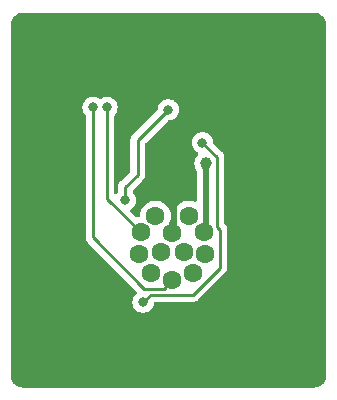
<source format=gbr>
%TF.GenerationSoftware,KiCad,Pcbnew,7.0.6*%
%TF.CreationDate,2024-04-06T15:43:42-04:00*%
%TF.ProjectId,peripheral_io_right_eth,70657269-7068-4657-9261-6c5f696f5f72,rev?*%
%TF.SameCoordinates,Original*%
%TF.FileFunction,Copper,L2,Bot*%
%TF.FilePolarity,Positive*%
%FSLAX46Y46*%
G04 Gerber Fmt 4.6, Leading zero omitted, Abs format (unit mm)*
G04 Created by KiCad (PCBNEW 7.0.6) date 2024-04-06 15:43:42*
%MOMM*%
%LPD*%
G01*
G04 APERTURE LIST*
%TA.AperFunction,ComponentPad*%
%ADD10C,1.600000*%
%TD*%
%TA.AperFunction,ViaPad*%
%ADD11C,0.800000*%
%TD*%
%TA.AperFunction,ViaPad*%
%ADD12C,1.000000*%
%TD*%
%TA.AperFunction,Conductor*%
%ADD13C,0.250000*%
%TD*%
%TA.AperFunction,Conductor*%
%ADD14C,0.500000*%
%TD*%
G04 APERTURE END LIST*
D10*
%TO.P,J3,1,1*%
%TO.N,Net-(Input1-Pad7)*%
X138111068Y-96265959D03*
%TO.P,J3,2,2*%
%TO.N,/Red*%
X135255000Y-96266000D03*
%TO.P,J3,3,3*%
%TO.N,Net-(Input1-Pad5)*%
X134011055Y-97662609D03*
%TO.P,J3,4,4*%
%TO.N,Net-(Input1-Pad2)*%
X133878506Y-99528347D03*
%TO.P,J3,5,5*%
%TO.N,/Bl*%
X134912673Y-101086961D03*
%TO.P,J3,6,6*%
%TO.N,Net-(Input1-Pad6)*%
X136683040Y-101689895D03*
%TO.P,J3,7,7*%
%TO.N,Net-(Input1-Pad3)*%
X138453408Y-101086961D03*
%TO.P,J3,8,8*%
%TO.N,Net-(Input1-Pad4)*%
X139487574Y-99528347D03*
%TO.P,J3,9,9*%
%TO.N,Net-(J2-Pad2)*%
X139355026Y-97662609D03*
%TO.P,J3,10,10*%
%TO.N,GND*%
X136683040Y-97689993D03*
%TO.P,J3,11,11*%
%TO.N,unconnected-(J3-Pad11)*%
X135730413Y-99339990D03*
%TO.P,J3,12,12*%
%TO.N,unconnected-(J3-Pad12)*%
X137635668Y-99339990D03*
%TD*%
D11*
%TO.N,Net-(Input1-Pad5)*%
X131151468Y-87071159D03*
%TO.N,/Bl*%
X139228668Y-90068359D03*
X134213600Y-103581200D03*
%TO.N,Net-(Input1-Pad2)*%
X136333068Y-87274359D03*
X132689600Y-94945200D03*
%TO.N,Net-(Input1-Pad6)*%
X129983068Y-87071159D03*
D12*
%TO.N,Net-(J2-Pad2)*%
X139563167Y-91816660D03*
%TO.N,GND*%
X141260668Y-86156759D03*
%TD*%
D13*
%TO.N,Net-(Input1-Pad5)*%
X131151468Y-87071159D02*
X131151468Y-94803022D01*
X131151468Y-94803022D02*
X134011055Y-97662609D01*
%TO.N,/Bl*%
X140472974Y-97189566D02*
X140472974Y-91312665D01*
X134213600Y-103581200D02*
X134874041Y-102920759D01*
X140472974Y-91312665D02*
X139228668Y-90068359D01*
X134874041Y-102920759D02*
X138430041Y-102920759D01*
X140716000Y-97432592D02*
X140472974Y-97189566D01*
X138430041Y-102920759D02*
X140716000Y-100634800D01*
X140716000Y-100634800D02*
X140716000Y-97432592D01*
%TO.N,Net-(Input1-Pad2)*%
X133756400Y-92771200D02*
X132689600Y-93838000D01*
X136333068Y-87274359D02*
X133756400Y-89851027D01*
X133756400Y-89851027D02*
X133756400Y-92771200D01*
X132689600Y-93838000D02*
X132689600Y-94945200D01*
%TO.N,Net-(Input1-Pad6)*%
X129983068Y-87071159D02*
X129983068Y-98080668D01*
X135960135Y-102412800D02*
X136683040Y-101689895D01*
X134315200Y-102412800D02*
X135960135Y-102412800D01*
X129983068Y-98080668D02*
X134315200Y-102412800D01*
D14*
%TO.N,Net-(J2-Pad2)*%
X139496800Y-92166575D02*
X139496800Y-97520835D01*
X139496800Y-97520835D02*
X139355026Y-97662609D01*
D13*
X139563167Y-91816660D02*
X139355026Y-92024801D01*
D14*
X139355026Y-92024801D02*
X139496800Y-92166575D01*
D13*
%TO.N,GND*%
X136891868Y-97481165D02*
X136683040Y-97689993D01*
D14*
X141260668Y-86156759D02*
X136815400Y-90602027D01*
X136815400Y-97404697D02*
X136891868Y-97481165D01*
X136815400Y-90602027D02*
X136815400Y-97404697D01*
D13*
X136690400Y-97682633D02*
X136683040Y-97689993D01*
D14*
X136891868Y-97481165D02*
X136690400Y-97682633D01*
%TD*%
%TA.AperFunction,Conductor*%
%TO.N,GND*%
G36*
X148696161Y-79045494D02*
G01*
X148708531Y-79046576D01*
X148737421Y-79049104D01*
X148807274Y-79056007D01*
X148865672Y-79061778D01*
X148885543Y-79065397D01*
X148949681Y-79082580D01*
X149045515Y-79111648D01*
X149061921Y-79117925D01*
X149127652Y-79148574D01*
X149130677Y-79150086D01*
X149179866Y-79176374D01*
X149216320Y-79195858D01*
X149222654Y-79199749D01*
X149287552Y-79245188D01*
X149291317Y-79248045D01*
X149364865Y-79308400D01*
X149369322Y-79312439D01*
X149425785Y-79368897D01*
X149429858Y-79373389D01*
X149490213Y-79446927D01*
X149493068Y-79450689D01*
X149538508Y-79515580D01*
X149542403Y-79521920D01*
X149588190Y-79607572D01*
X149589694Y-79610580D01*
X149594238Y-79620323D01*
X149620346Y-79676307D01*
X149626624Y-79692714D01*
X149655707Y-79788572D01*
X149672871Y-79852618D01*
X149676500Y-79872558D01*
X149689644Y-80005955D01*
X149692732Y-80041230D01*
X149692968Y-80046640D01*
X149692968Y-109792046D01*
X149692732Y-109797449D01*
X149689012Y-109839993D01*
X149676542Y-109966580D01*
X149672915Y-109986512D01*
X149655151Y-110052819D01*
X149626768Y-110146389D01*
X149620491Y-110162798D01*
X149589160Y-110229991D01*
X149587648Y-110233016D01*
X149542674Y-110317160D01*
X149538778Y-110323502D01*
X149492564Y-110389503D01*
X149489703Y-110393274D01*
X149430312Y-110465644D01*
X149426224Y-110470155D01*
X149368863Y-110527517D01*
X149364352Y-110531606D01*
X149291979Y-110591001D01*
X149288206Y-110593863D01*
X149222210Y-110640074D01*
X149215869Y-110643969D01*
X149131722Y-110688946D01*
X149128696Y-110690458D01*
X149061503Y-110721789D01*
X149045096Y-110728067D01*
X148951553Y-110756442D01*
X148885216Y-110774214D01*
X148865279Y-110777841D01*
X148738125Y-110790361D01*
X148706088Y-110793163D01*
X148696261Y-110794023D01*
X148690863Y-110794259D01*
X124026182Y-110794259D01*
X124020773Y-110794023D01*
X123976424Y-110790141D01*
X123852138Y-110777942D01*
X123832153Y-110774309D01*
X123763009Y-110755780D01*
X123723004Y-110743643D01*
X123672377Y-110728284D01*
X123655972Y-110722006D01*
X123619508Y-110705001D01*
X123586897Y-110689792D01*
X123583895Y-110688291D01*
X123501657Y-110644330D01*
X123495317Y-110640435D01*
X123461917Y-110617047D01*
X123427873Y-110593207D01*
X123424128Y-110590366D01*
X123353211Y-110532161D01*
X123348714Y-110528086D01*
X123290168Y-110469536D01*
X123286096Y-110465042D01*
X123227889Y-110394112D01*
X123225040Y-110390357D01*
X123224442Y-110389503D01*
X123178232Y-110323502D01*
X123177825Y-110322920D01*
X123173930Y-110316579D01*
X123129978Y-110234344D01*
X123128475Y-110231337D01*
X123096264Y-110162253D01*
X123089988Y-110145850D01*
X123062497Y-110055207D01*
X123043960Y-109986015D01*
X123040336Y-109966094D01*
X123028599Y-109846882D01*
X123025571Y-109812261D01*
X123024204Y-109796616D01*
X123023968Y-109791213D01*
X123023968Y-87071159D01*
X129077608Y-87071159D01*
X129097394Y-87259415D01*
X129097395Y-87259418D01*
X129155886Y-87439436D01*
X129155889Y-87439443D01*
X129250533Y-87603373D01*
X129250535Y-87603375D01*
X129325716Y-87686872D01*
X129355947Y-87749863D01*
X129357567Y-87769844D01*
X129357567Y-97997929D01*
X129355844Y-98013546D01*
X129356128Y-98013573D01*
X129355394Y-98021332D01*
X129357568Y-98090482D01*
X129357568Y-98120011D01*
X129357569Y-98120028D01*
X129358436Y-98126899D01*
X129358894Y-98132718D01*
X129360358Y-98179292D01*
X129360359Y-98179295D01*
X129365948Y-98198535D01*
X129369892Y-98217579D01*
X129372404Y-98237459D01*
X129389558Y-98280787D01*
X129391450Y-98286315D01*
X129399883Y-98315341D01*
X129404450Y-98331058D01*
X129409704Y-98339943D01*
X129414648Y-98348302D01*
X129423206Y-98365771D01*
X129430582Y-98384400D01*
X129457966Y-98422091D01*
X129461174Y-98426975D01*
X129484895Y-98467084D01*
X129484901Y-98467092D01*
X129499058Y-98481248D01*
X129511696Y-98496044D01*
X129523473Y-98512254D01*
X129523474Y-98512255D01*
X129559377Y-98541956D01*
X129563688Y-98545878D01*
X133262635Y-102244826D01*
X133689477Y-102671668D01*
X133722962Y-102732991D01*
X133717978Y-102802683D01*
X133676106Y-102858616D01*
X133674683Y-102859666D01*
X133607728Y-102908312D01*
X133481066Y-103048985D01*
X133386421Y-103212915D01*
X133386418Y-103212922D01*
X133328192Y-103392124D01*
X133327926Y-103392944D01*
X133308140Y-103581200D01*
X133327926Y-103769456D01*
X133327927Y-103769459D01*
X133386418Y-103949477D01*
X133386421Y-103949484D01*
X133481067Y-104113416D01*
X133607729Y-104254088D01*
X133760865Y-104365348D01*
X133760870Y-104365351D01*
X133933792Y-104442342D01*
X133933797Y-104442344D01*
X134118954Y-104481700D01*
X134118955Y-104481700D01*
X134308244Y-104481700D01*
X134308246Y-104481700D01*
X134493403Y-104442344D01*
X134666330Y-104365351D01*
X134819471Y-104254088D01*
X134946133Y-104113416D01*
X135040779Y-103949484D01*
X135099274Y-103769456D01*
X135111062Y-103657296D01*
X135137647Y-103592683D01*
X135194944Y-103552698D01*
X135234383Y-103546259D01*
X138347298Y-103546259D01*
X138362918Y-103547983D01*
X138362945Y-103547698D01*
X138370701Y-103548430D01*
X138370708Y-103548432D01*
X138439855Y-103546259D01*
X138469391Y-103546259D01*
X138476269Y-103545389D01*
X138482082Y-103544931D01*
X138528668Y-103543468D01*
X138547910Y-103537876D01*
X138566953Y-103533933D01*
X138586833Y-103531423D01*
X138630163Y-103514266D01*
X138635687Y-103512376D01*
X138639437Y-103511286D01*
X138680431Y-103499377D01*
X138697670Y-103489181D01*
X138715144Y-103480621D01*
X138733768Y-103473247D01*
X138733768Y-103473246D01*
X138733773Y-103473245D01*
X138771490Y-103445841D01*
X138776346Y-103442651D01*
X138816461Y-103418929D01*
X138830630Y-103404758D01*
X138845420Y-103392127D01*
X138861628Y-103380353D01*
X138891340Y-103344435D01*
X138895253Y-103340135D01*
X141099788Y-101135601D01*
X141112042Y-101125786D01*
X141111859Y-101125564D01*
X141117866Y-101120592D01*
X141117877Y-101120586D01*
X141148775Y-101087682D01*
X141165227Y-101070164D01*
X141175671Y-101059718D01*
X141186120Y-101049271D01*
X141190379Y-101043778D01*
X141194152Y-101039361D01*
X141226062Y-101005382D01*
X141235713Y-100987824D01*
X141246396Y-100971561D01*
X141258673Y-100955736D01*
X141277185Y-100912953D01*
X141279738Y-100907741D01*
X141302197Y-100866892D01*
X141307180Y-100847480D01*
X141313481Y-100829080D01*
X141321437Y-100810696D01*
X141328729Y-100764652D01*
X141329906Y-100758971D01*
X141341500Y-100713819D01*
X141341500Y-100693782D01*
X141343027Y-100674382D01*
X141346160Y-100654604D01*
X141341775Y-100608215D01*
X141341500Y-100602377D01*
X141341500Y-97515334D01*
X141343224Y-97499714D01*
X141342939Y-97499687D01*
X141343673Y-97491925D01*
X141341500Y-97422764D01*
X141341500Y-97393248D01*
X141341500Y-97393242D01*
X141340631Y-97386371D01*
X141340173Y-97380544D01*
X141339765Y-97367557D01*
X141338710Y-97333965D01*
X141333119Y-97314722D01*
X141329173Y-97295670D01*
X141326664Y-97275800D01*
X141309504Y-97232459D01*
X141307624Y-97226971D01*
X141294618Y-97182202D01*
X141284422Y-97164962D01*
X141275861Y-97147486D01*
X141268487Y-97128862D01*
X141268486Y-97128860D01*
X141241079Y-97091137D01*
X141237888Y-97086278D01*
X141214172Y-97046175D01*
X141214165Y-97046166D01*
X141200006Y-97032007D01*
X141187368Y-97017211D01*
X141175593Y-97001004D01*
X141143433Y-96974399D01*
X141104326Y-96916499D01*
X141098474Y-96878856D01*
X141098474Y-91395402D01*
X141100198Y-91379788D01*
X141099912Y-91379761D01*
X141100646Y-91371998D01*
X141098474Y-91302867D01*
X141098474Y-91273316D01*
X141098474Y-91273315D01*
X141097603Y-91266424D01*
X141097146Y-91260610D01*
X141095683Y-91214039D01*
X141095683Y-91214037D01*
X141090094Y-91194802D01*
X141086148Y-91175749D01*
X141083638Y-91155873D01*
X141066475Y-91112524D01*
X141064588Y-91107011D01*
X141064229Y-91105777D01*
X141051591Y-91062275D01*
X141041395Y-91045034D01*
X141032834Y-91027558D01*
X141025460Y-91008934D01*
X141025460Y-91008932D01*
X141014625Y-90994020D01*
X140998057Y-90971215D01*
X140994874Y-90966370D01*
X140971144Y-90926244D01*
X140971139Y-90926238D01*
X140956979Y-90912078D01*
X140944344Y-90897285D01*
X140932567Y-90881077D01*
X140896667Y-90851378D01*
X140892355Y-90847455D01*
X140167628Y-90122728D01*
X140134143Y-90061405D01*
X140131991Y-90048027D01*
X140114342Y-89880103D01*
X140055847Y-89700075D01*
X139961201Y-89536143D01*
X139834539Y-89395471D01*
X139792931Y-89365241D01*
X139681402Y-89284210D01*
X139681397Y-89284207D01*
X139508475Y-89207216D01*
X139508470Y-89207214D01*
X139362668Y-89176224D01*
X139323314Y-89167859D01*
X139134022Y-89167859D01*
X139101565Y-89174757D01*
X138948865Y-89207214D01*
X138948860Y-89207216D01*
X138775938Y-89284207D01*
X138775933Y-89284210D01*
X138622797Y-89395470D01*
X138496134Y-89536144D01*
X138401489Y-89700074D01*
X138401486Y-89700081D01*
X138358876Y-89831222D01*
X138342994Y-89880103D01*
X138323208Y-90068359D01*
X138342994Y-90256615D01*
X138342995Y-90256618D01*
X138401486Y-90436636D01*
X138401489Y-90436643D01*
X138496135Y-90600575D01*
X138622796Y-90741247D01*
X138622797Y-90741247D01*
X138775933Y-90852507D01*
X138775938Y-90852510D01*
X138841995Y-90881921D01*
X138895232Y-90927171D01*
X138915553Y-90994020D01*
X138896507Y-91061244D01*
X138870225Y-91091052D01*
X138852284Y-91105775D01*
X138727257Y-91258120D01*
X138727253Y-91258127D01*
X138634355Y-91431926D01*
X138577142Y-91620530D01*
X138557826Y-91816660D01*
X138577142Y-92012790D01*
X138606376Y-92109160D01*
X138611243Y-92134349D01*
X138615026Y-92177596D01*
X138615027Y-92177598D01*
X138670212Y-92344135D01*
X138727839Y-92437565D01*
X138746300Y-92502659D01*
X138746300Y-94932588D01*
X138726615Y-94999627D01*
X138673811Y-95045382D01*
X138604653Y-95055326D01*
X138569898Y-95044971D01*
X138557564Y-95039220D01*
X138557561Y-95039219D01*
X138557556Y-95039217D01*
X138337765Y-94980325D01*
X138337761Y-94980324D01*
X138337760Y-94980324D01*
X138337759Y-94980323D01*
X138337754Y-94980323D01*
X138111070Y-94960491D01*
X138111066Y-94960491D01*
X137884381Y-94980323D01*
X137884370Y-94980325D01*
X137664579Y-95039217D01*
X137664570Y-95039220D01*
X137458335Y-95135390D01*
X137458333Y-95135391D01*
X137271926Y-95265913D01*
X137111022Y-95426817D01*
X136980500Y-95613224D01*
X136980499Y-95613226D01*
X136884329Y-95819461D01*
X136884326Y-95819470D01*
X136825434Y-96039261D01*
X136825432Y-96039271D01*
X136806560Y-96254983D01*
X136803848Y-96261913D01*
X136804604Y-96263350D01*
X136806563Y-96276975D01*
X136825432Y-96492646D01*
X136825434Y-96492656D01*
X136884326Y-96712447D01*
X136884329Y-96712456D01*
X136921422Y-96792000D01*
X136933040Y-96844405D01*
X136933040Y-97073588D01*
X136843354Y-97039575D01*
X136723263Y-97024993D01*
X136642817Y-97024993D01*
X136522726Y-97039575D01*
X136433040Y-97073588D01*
X136433040Y-96844420D01*
X136444658Y-96792015D01*
X136444665Y-96792000D01*
X136481739Y-96712496D01*
X136540635Y-96492692D01*
X136559507Y-96276973D01*
X136562218Y-96270044D01*
X136561463Y-96268607D01*
X136559504Y-96254982D01*
X136540635Y-96039313D01*
X136540635Y-96039312D01*
X136540635Y-96039308D01*
X136481739Y-95819504D01*
X136385568Y-95613266D01*
X136255047Y-95426861D01*
X136255045Y-95426858D01*
X136094141Y-95265954D01*
X135907734Y-95135432D01*
X135907732Y-95135431D01*
X135701497Y-95039261D01*
X135701488Y-95039258D01*
X135481697Y-94980366D01*
X135481693Y-94980365D01*
X135481692Y-94980365D01*
X135481691Y-94980364D01*
X135481686Y-94980364D01*
X135255002Y-94960532D01*
X135254998Y-94960532D01*
X135028313Y-94980364D01*
X135028302Y-94980366D01*
X134808511Y-95039258D01*
X134808502Y-95039261D01*
X134602267Y-95135431D01*
X134602265Y-95135432D01*
X134415858Y-95265954D01*
X134254954Y-95426858D01*
X134124432Y-95613265D01*
X134124431Y-95613267D01*
X134028261Y-95819502D01*
X134028258Y-95819511D01*
X133969366Y-96039302D01*
X133969364Y-96039312D01*
X133950090Y-96259616D01*
X133924637Y-96324684D01*
X133868046Y-96365663D01*
X133837371Y-96372336D01*
X133784360Y-96376974D01*
X133716004Y-96395289D01*
X133646154Y-96393625D01*
X133596232Y-96363195D01*
X133140770Y-95907733D01*
X133107285Y-95846410D01*
X133112269Y-95776718D01*
X133154141Y-95720785D01*
X133155518Y-95719768D01*
X133295471Y-95618088D01*
X133422133Y-95477416D01*
X133516779Y-95313484D01*
X133575274Y-95133456D01*
X133595060Y-94945200D01*
X133575274Y-94756944D01*
X133516779Y-94576916D01*
X133422133Y-94412984D01*
X133382869Y-94369377D01*
X133346950Y-94329484D01*
X133316720Y-94266492D01*
X133315100Y-94246512D01*
X133315100Y-94148452D01*
X133334785Y-94081413D01*
X133351419Y-94060771D01*
X133704063Y-93708127D01*
X134140188Y-93272001D01*
X134152442Y-93262186D01*
X134152259Y-93261964D01*
X134158266Y-93256992D01*
X134158277Y-93256986D01*
X134189175Y-93224082D01*
X134205627Y-93206564D01*
X134216071Y-93196118D01*
X134226520Y-93185671D01*
X134230779Y-93180178D01*
X134234552Y-93175761D01*
X134266462Y-93141782D01*
X134276115Y-93124220D01*
X134286789Y-93107970D01*
X134299073Y-93092136D01*
X134317580Y-93049367D01*
X134320149Y-93044124D01*
X134342596Y-93003293D01*
X134342597Y-93003292D01*
X134347577Y-92983891D01*
X134353878Y-92965488D01*
X134361838Y-92947096D01*
X134369130Y-92901049D01*
X134370311Y-92895352D01*
X134381900Y-92850219D01*
X134381900Y-92830182D01*
X134383427Y-92810782D01*
X134386560Y-92791004D01*
X134382175Y-92744615D01*
X134381900Y-92738777D01*
X134381900Y-90161479D01*
X134401585Y-90094440D01*
X134418219Y-90073798D01*
X136280840Y-88211178D01*
X136342163Y-88177693D01*
X136368521Y-88174859D01*
X136427712Y-88174859D01*
X136427714Y-88174859D01*
X136612871Y-88135503D01*
X136785798Y-88058510D01*
X136938939Y-87947247D01*
X137065601Y-87806575D01*
X137160247Y-87642643D01*
X137218742Y-87462615D01*
X137238528Y-87274359D01*
X137218742Y-87086103D01*
X137160247Y-86906075D01*
X137065601Y-86742143D01*
X136938939Y-86601471D01*
X136852878Y-86538944D01*
X136785802Y-86490210D01*
X136785797Y-86490207D01*
X136612875Y-86413216D01*
X136612870Y-86413214D01*
X136467069Y-86382224D01*
X136427714Y-86373859D01*
X136238422Y-86373859D01*
X136205965Y-86380757D01*
X136053265Y-86413214D01*
X136053260Y-86413216D01*
X135880338Y-86490207D01*
X135880333Y-86490210D01*
X135727197Y-86601470D01*
X135600534Y-86742144D01*
X135505889Y-86906074D01*
X135505886Y-86906081D01*
X135447395Y-87086099D01*
X135447394Y-87086103D01*
X135429747Y-87254008D01*
X135403162Y-87318622D01*
X135394107Y-87328727D01*
X133372608Y-89350226D01*
X133360351Y-89360047D01*
X133360534Y-89360268D01*
X133354523Y-89365240D01*
X133307172Y-89415663D01*
X133286289Y-89436546D01*
X133286277Y-89436559D01*
X133282021Y-89442044D01*
X133278237Y-89446474D01*
X133246337Y-89480445D01*
X133246336Y-89480447D01*
X133236684Y-89498003D01*
X133226010Y-89514253D01*
X133213729Y-89530088D01*
X133213724Y-89530095D01*
X133195215Y-89572865D01*
X133192645Y-89578111D01*
X133170203Y-89618933D01*
X133165222Y-89638334D01*
X133158921Y-89656737D01*
X133150962Y-89675129D01*
X133150961Y-89675132D01*
X133143671Y-89721154D01*
X133142487Y-89726873D01*
X133130901Y-89771999D01*
X133130900Y-89772009D01*
X133130900Y-89792043D01*
X133129373Y-89811442D01*
X133126240Y-89831221D01*
X133126240Y-89831222D01*
X133130625Y-89877610D01*
X133130900Y-89883448D01*
X133130900Y-92460746D01*
X133111215Y-92527785D01*
X133094581Y-92548427D01*
X132305808Y-93337199D01*
X132293551Y-93347020D01*
X132293734Y-93347241D01*
X132287723Y-93352213D01*
X132240372Y-93402636D01*
X132219489Y-93423519D01*
X132219477Y-93423532D01*
X132215221Y-93429017D01*
X132211437Y-93433447D01*
X132179537Y-93467418D01*
X132179536Y-93467420D01*
X132169884Y-93484976D01*
X132159210Y-93501226D01*
X132146929Y-93517061D01*
X132146924Y-93517068D01*
X132128415Y-93559838D01*
X132125845Y-93565084D01*
X132103403Y-93605906D01*
X132098422Y-93625307D01*
X132092121Y-93643710D01*
X132084162Y-93662102D01*
X132084161Y-93662105D01*
X132076871Y-93708127D01*
X132075687Y-93713846D01*
X132064101Y-93758972D01*
X132064100Y-93758982D01*
X132064100Y-93779016D01*
X132062573Y-93798415D01*
X132059440Y-93818194D01*
X132059440Y-93818195D01*
X132063825Y-93864583D01*
X132064100Y-93870421D01*
X132064100Y-94246512D01*
X132044415Y-94313551D01*
X132032250Y-94329484D01*
X131993118Y-94372945D01*
X131933632Y-94409593D01*
X131863775Y-94408264D01*
X131805727Y-94369377D01*
X131777916Y-94305281D01*
X131776968Y-94289973D01*
X131776968Y-87769846D01*
X131796653Y-87702807D01*
X131808818Y-87686874D01*
X131827359Y-87666281D01*
X131884001Y-87603375D01*
X131978647Y-87439443D01*
X132037142Y-87259415D01*
X132056928Y-87071159D01*
X132037142Y-86882903D01*
X131978647Y-86702875D01*
X131884001Y-86538943D01*
X131757339Y-86398271D01*
X131695099Y-86353051D01*
X131604202Y-86287010D01*
X131604197Y-86287007D01*
X131431275Y-86210016D01*
X131431270Y-86210014D01*
X131285469Y-86179024D01*
X131246114Y-86170659D01*
X131056822Y-86170659D01*
X131024365Y-86177557D01*
X130871665Y-86210014D01*
X130871660Y-86210016D01*
X130698738Y-86287007D01*
X130698734Y-86287010D01*
X130640151Y-86329572D01*
X130574344Y-86353051D01*
X130506290Y-86337224D01*
X130494382Y-86329571D01*
X130435802Y-86287010D01*
X130435797Y-86287007D01*
X130262875Y-86210016D01*
X130262870Y-86210014D01*
X130117068Y-86179024D01*
X130077714Y-86170659D01*
X129888422Y-86170659D01*
X129855965Y-86177557D01*
X129703265Y-86210014D01*
X129703260Y-86210016D01*
X129530338Y-86287007D01*
X129530333Y-86287010D01*
X129377197Y-86398270D01*
X129250534Y-86538944D01*
X129155889Y-86702874D01*
X129155886Y-86702881D01*
X129097395Y-86882899D01*
X129097394Y-86882903D01*
X129077608Y-87071159D01*
X123023968Y-87071159D01*
X123023968Y-80047468D01*
X123024204Y-80042060D01*
X123024277Y-80041230D01*
X123027965Y-79999084D01*
X123040380Y-79873033D01*
X123044002Y-79853126D01*
X123061950Y-79786155D01*
X123066666Y-79770607D01*
X123090134Y-79693251D01*
X123096404Y-79676865D01*
X123127965Y-79609185D01*
X123129430Y-79606256D01*
X123174215Y-79522475D01*
X123178084Y-79516177D01*
X123224537Y-79449837D01*
X123227381Y-79446089D01*
X123286536Y-79374009D01*
X123290590Y-79369536D01*
X123348232Y-79311894D01*
X123352726Y-79307821D01*
X123424794Y-79248676D01*
X123428538Y-79245836D01*
X123494894Y-79199373D01*
X123501180Y-79195511D01*
X123584955Y-79150731D01*
X123587919Y-79149249D01*
X123655581Y-79117697D01*
X123671955Y-79111432D01*
X123764867Y-79083246D01*
X123831833Y-79065300D01*
X123851749Y-79061676D01*
X123977152Y-79049321D01*
X124020877Y-79045494D01*
X124026279Y-79045259D01*
X148690765Y-79045259D01*
X148696161Y-79045494D01*
G37*
%TD.AperFunction*%
%TD*%
M02*

</source>
